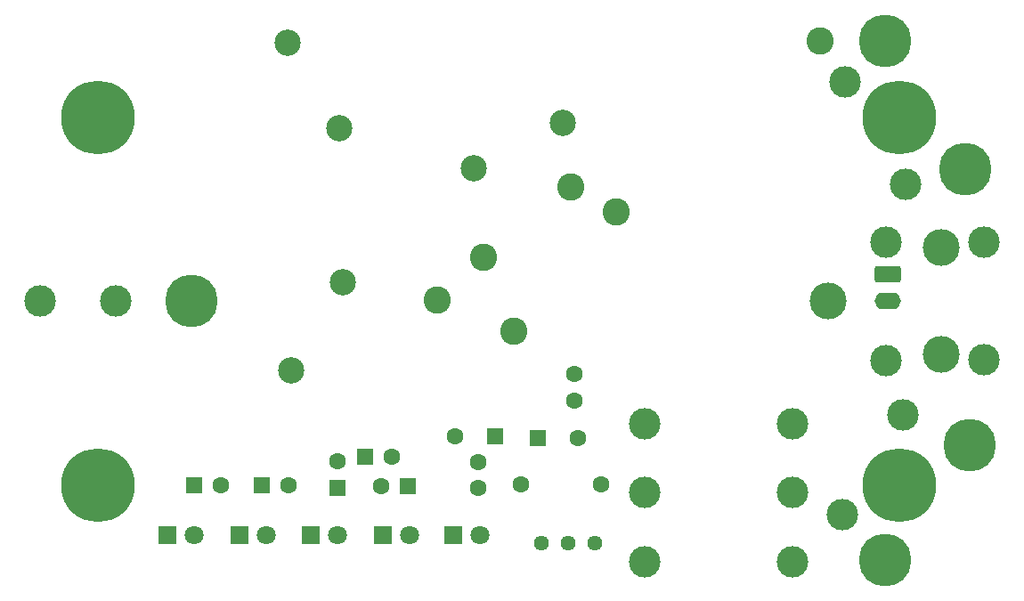
<source format=gts>
G04 #@! TF.GenerationSoftware,KiCad,Pcbnew,9.0.4*
G04 #@! TF.CreationDate,2026-01-02T21:45:43-05:00*
G04 #@! TF.ProjectId,SignalStreamer,5369676e-616c-4537-9472-65616d65722e,rev?*
G04 #@! TF.SameCoordinates,Original*
G04 #@! TF.FileFunction,Soldermask,Top*
G04 #@! TF.FilePolarity,Negative*
%FSLAX46Y46*%
G04 Gerber Fmt 4.6, Leading zero omitted, Abs format (unit mm)*
G04 Created by KiCad (PCBNEW 9.0.4) date 2026-01-02 21:45:43*
%MOMM*%
%LPD*%
G01*
G04 APERTURE LIST*
G04 Aperture macros list*
%AMRoundRect*
0 Rectangle with rounded corners*
0 $1 Rounding radius*
0 $2 $3 $4 $5 $6 $7 $8 $9 X,Y pos of 4 corners*
0 Add a 4 corners polygon primitive as box body*
4,1,4,$2,$3,$4,$5,$6,$7,$8,$9,$2,$3,0*
0 Add four circle primitives for the rounded corners*
1,1,$1+$1,$2,$3*
1,1,$1+$1,$4,$5*
1,1,$1+$1,$6,$7*
1,1,$1+$1,$8,$9*
0 Add four rect primitives between the rounded corners*
20,1,$1+$1,$2,$3,$4,$5,0*
20,1,$1+$1,$4,$5,$6,$7,0*
20,1,$1+$1,$6,$7,$8,$9,0*
20,1,$1+$1,$8,$9,$2,$3,0*%
G04 Aperture macros list end*
%ADD10C,2.600000*%
%ADD11C,5.000000*%
%ADD12RoundRect,0.250000X-0.550000X-0.550000X0.550000X-0.550000X0.550000X0.550000X-0.550000X0.550000X0*%
%ADD13C,1.600000*%
%ADD14C,2.500000*%
%ADD15C,3.000000*%
%ADD16R,1.800000X1.800000*%
%ADD17C,1.800000*%
%ADD18O,2.500000X1.600000*%
%ADD19C,3.500000*%
%ADD20RoundRect,0.250000X-1.000000X0.550000X-1.000000X-0.550000X1.000000X-0.550000X1.000000X0.550000X0*%
%ADD21C,7.000000*%
%ADD22RoundRect,0.250000X0.550000X-0.550000X0.550000X0.550000X-0.550000X0.550000X-0.550000X-0.550000X0*%
%ADD23RoundRect,0.250000X0.550000X0.550000X-0.550000X0.550000X-0.550000X-0.550000X0.550000X-0.550000X0*%
%ADD24C,1.440000*%
G04 APERTURE END LIST*
D10*
X88535900Y-83862800D03*
X91405900Y-90872800D03*
X84175900Y-87892800D03*
X96825900Y-77162800D03*
D11*
X126710000Y-63270000D03*
X134760000Y-101730000D03*
X134400000Y-75470000D03*
D12*
X77314315Y-102790000D03*
D13*
X79854315Y-102790000D03*
D14*
X87610000Y-75360000D03*
X69900000Y-63490000D03*
D15*
X128460000Y-98850000D03*
D16*
X58495000Y-110270000D03*
D17*
X61035000Y-110270000D03*
D13*
X92100000Y-105410000D03*
X99720000Y-105410000D03*
D10*
X101150000Y-79500000D03*
D18*
X126980000Y-88034900D03*
D19*
X132060000Y-82954900D03*
D20*
X126980000Y-85494900D03*
D19*
X132060000Y-93114900D03*
D14*
X74880000Y-71620000D03*
D15*
X117970000Y-99700000D03*
D11*
X126710000Y-112680000D03*
D21*
X128125000Y-70572400D03*
D12*
X67474315Y-105530000D03*
D13*
X70014315Y-105530000D03*
D22*
X74650000Y-105815686D03*
D13*
X74650000Y-103275686D03*
D19*
X121330000Y-88034900D03*
D15*
X103930000Y-106250000D03*
D10*
X120580000Y-63310000D03*
D15*
X122970000Y-67190000D03*
X128660000Y-76910000D03*
D21*
X51925000Y-105497400D03*
D15*
X103930000Y-112830000D03*
D23*
X81405686Y-105580000D03*
D13*
X78865686Y-105580000D03*
D15*
X53600000Y-88034900D03*
D14*
X70290000Y-94590000D03*
D11*
X60790000Y-88034900D03*
D21*
X128125000Y-105497400D03*
D15*
X122650000Y-108300000D03*
D13*
X88060000Y-103320000D03*
X88060000Y-105820000D03*
D16*
X79005000Y-110270000D03*
D17*
X81545000Y-110270000D03*
D12*
X93709315Y-101030000D03*
D13*
X97519315Y-101030000D03*
D21*
X51925000Y-70572400D03*
D14*
X75170000Y-86270000D03*
D23*
X89680686Y-100840000D03*
D13*
X85870686Y-100840000D03*
D16*
X72165000Y-110270000D03*
D17*
X74705000Y-110270000D03*
D12*
X61030000Y-105530000D03*
D13*
X63570000Y-105530000D03*
D24*
X99150000Y-111020000D03*
X96610000Y-111020000D03*
X94070000Y-111020000D03*
D13*
X97210000Y-97450000D03*
X97210000Y-94950000D03*
D15*
X126800000Y-93660000D03*
X136120000Y-93610000D03*
X126850000Y-82390000D03*
X136120000Y-82440000D03*
X117970000Y-106250000D03*
D16*
X65335000Y-110270000D03*
D17*
X67875000Y-110270000D03*
D14*
X96130000Y-71050000D03*
D16*
X85715000Y-110270000D03*
D17*
X88255000Y-110270000D03*
D15*
X103930000Y-99700000D03*
X46410000Y-88034900D03*
X117970000Y-112830000D03*
M02*

</source>
